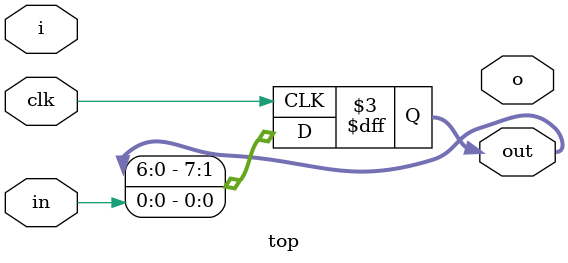
<source format=v>
module top    (
out,
i,
clk,
o,
in
);
    output [7:0] out;
    input clk, in;
    reg [7:0] out;
    input i;
    output o;

    always @(posedge clk)
	begin
		out    <= out << 1;
		out[0] <= in;
	end

endmodule

</source>
